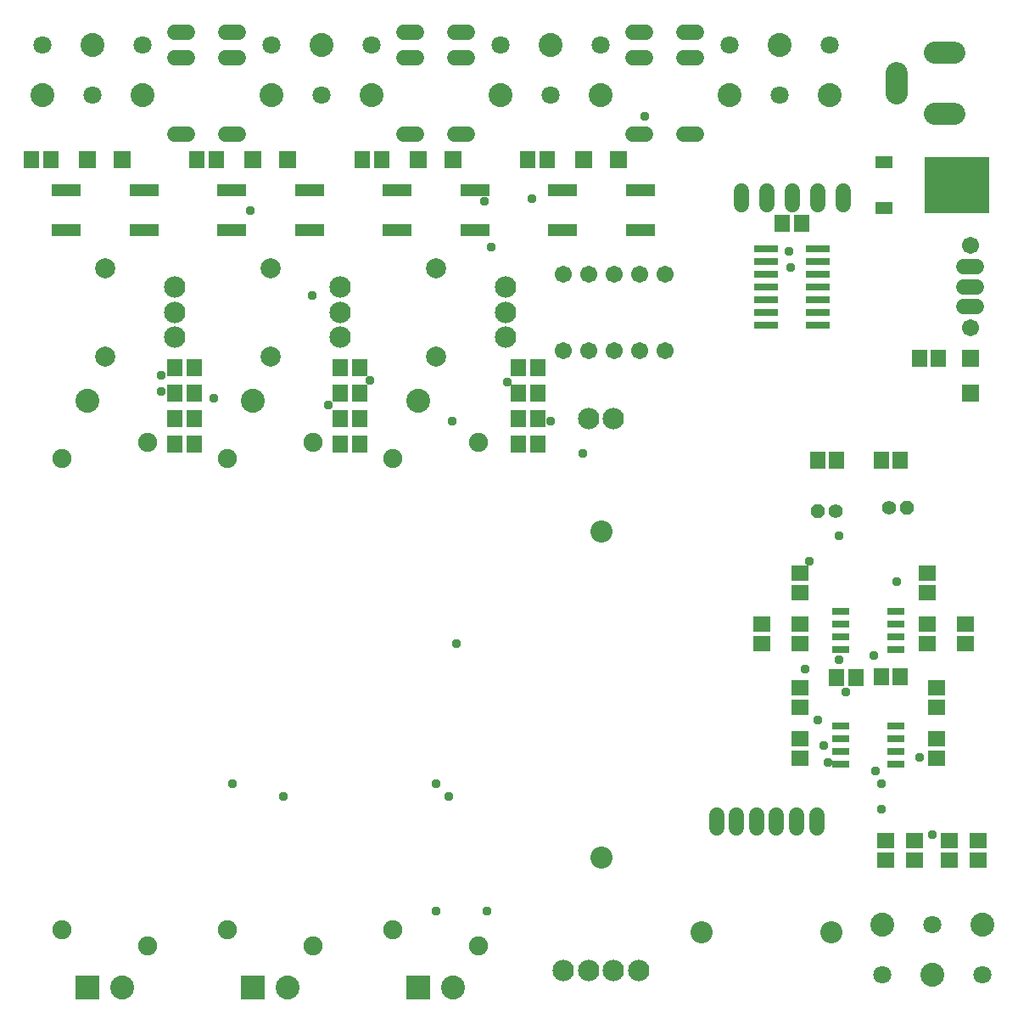
<source format=gbr>
G04 EAGLE Gerber RS-274X export*
G75*
%MOMM*%
%FSLAX34Y34*%
%LPD*%
%INSoldermask Top*%
%IPPOS*%
%AMOC8*
5,1,8,0,0,1.08239X$1,22.5*%
G01*
%ADD10P,1.539592X8X202.500000*%
%ADD11C,1.422400*%
%ADD12R,1.703200X1.503200*%
%ADD13P,1.539592X8X22.500000*%
%ADD14R,1.703200X1.703200*%
%ADD15C,2.133600*%
%ADD16C,2.003200*%
%ADD17R,1.503200X1.803200*%
%ADD18R,1.803200X1.503200*%
%ADD19R,1.503200X1.703200*%
%ADD20C,1.511200*%
%ADD21C,1.703200*%
%ADD22C,2.387600*%
%ADD23C,1.803200*%
%ADD24C,2.203200*%
%ADD25R,2.387600X2.387600*%
%ADD26C,1.903200*%
%ADD27R,1.703200X0.803200*%
%ADD28C,2.203200*%
%ADD29R,3.003200X1.203200*%
%ADD30C,1.524000*%
%ADD31C,1.711200*%
%ADD32R,2.403200X0.803200*%
%ADD33R,6.403200X5.603200*%
%ADD34R,1.803200X1.203200*%
%ADD35C,0.959600*%


D10*
X812800Y500100D03*
D11*
X830580Y500100D03*
D12*
X960400Y387300D03*
X960400Y368300D03*
X757200Y387300D03*
X757200Y368300D03*
D13*
X901700Y503200D03*
D11*
X883920Y503200D03*
D12*
X795300Y273000D03*
X795300Y254000D03*
X931900Y273000D03*
X931900Y254000D03*
X881100Y152450D03*
X881100Y171450D03*
X944600Y152450D03*
X944600Y171450D03*
D14*
X965200Y617500D03*
X965200Y652500D03*
D15*
X336700Y673500D03*
X336700Y698500D03*
X336700Y723500D03*
D16*
X266700Y654500D03*
X266700Y742500D03*
D15*
X501800Y673500D03*
X501800Y698500D03*
X501800Y723500D03*
D16*
X431800Y654500D03*
X431800Y742500D03*
D15*
X171600Y673500D03*
X171600Y698500D03*
X171600Y723500D03*
D16*
X101600Y654500D03*
X101600Y742500D03*
D17*
X831800Y550900D03*
X812800Y550900D03*
D18*
X922300Y387300D03*
X922300Y368300D03*
X922300Y438100D03*
X922300Y419100D03*
X795300Y323800D03*
X795300Y304800D03*
X795300Y387300D03*
X795300Y368300D03*
X795300Y438100D03*
X795300Y419100D03*
X973100Y171400D03*
X973100Y152400D03*
D17*
X171500Y566700D03*
X190500Y566700D03*
X336600Y642900D03*
X355600Y642900D03*
X336600Y617500D03*
X355600Y617500D03*
X514400Y642900D03*
X533400Y642900D03*
X895300Y550900D03*
X876300Y550900D03*
X514400Y617500D03*
X533400Y617500D03*
X336600Y592100D03*
X355600Y592100D03*
X336600Y566700D03*
X355600Y566700D03*
X514400Y592100D03*
X533400Y592100D03*
X514400Y566700D03*
X533400Y566700D03*
D18*
X909600Y171400D03*
X909600Y152400D03*
D19*
X933400Y652500D03*
X914400Y652500D03*
D17*
X895300Y335000D03*
X876300Y335000D03*
X831900Y334290D03*
X850900Y334290D03*
D18*
X931900Y323800D03*
X931900Y304800D03*
D17*
X171500Y617500D03*
X190500Y617500D03*
X171500Y642900D03*
X190500Y642900D03*
X171500Y592100D03*
X190500Y592100D03*
D20*
X958660Y723900D02*
X971740Y723900D01*
X971740Y743900D02*
X958660Y743900D01*
X958660Y703900D02*
X971740Y703900D01*
D21*
X965200Y764900D03*
X965200Y682900D03*
D22*
X927100Y38100D03*
X877100Y88100D03*
X977100Y88100D03*
D23*
X877100Y38100D03*
X977100Y38100D03*
X927100Y88100D03*
D15*
X559400Y42500D03*
X584400Y42500D03*
X609400Y42500D03*
X634400Y42500D03*
X584400Y592500D03*
X609400Y592500D03*
D24*
X596900Y155000D03*
X596900Y480000D03*
D25*
X84100Y25000D03*
D22*
X119100Y25000D03*
X84100Y610000D03*
D26*
X59100Y82500D03*
X59100Y552500D03*
X144100Y66500D03*
X144100Y568500D03*
D25*
X249200Y25000D03*
D22*
X284200Y25000D03*
X249200Y610000D03*
D26*
X224200Y82500D03*
X224200Y552500D03*
X309200Y66500D03*
X309200Y568500D03*
D25*
X414300Y25000D03*
D22*
X449300Y25000D03*
X414300Y610000D03*
D26*
X389300Y82500D03*
X389300Y552500D03*
X474300Y66500D03*
X474300Y568500D03*
D20*
X772000Y197040D02*
X772000Y183960D01*
X752000Y183960D02*
X752000Y197040D01*
X732000Y197040D02*
X732000Y183960D01*
X792000Y183960D02*
X792000Y197040D01*
X812000Y197040D02*
X812000Y183960D01*
X712000Y183960D02*
X712000Y197040D01*
D24*
X827000Y80500D03*
X697000Y80500D03*
D27*
X891100Y374650D03*
X836100Y374650D03*
X891100Y361950D03*
X891100Y387350D03*
X891100Y400050D03*
X836100Y361950D03*
X836100Y387350D03*
X836100Y400050D03*
X891100Y260350D03*
X836100Y260350D03*
X891100Y247650D03*
X891100Y273050D03*
X891100Y285750D03*
X836100Y247650D03*
X836100Y273050D03*
X836100Y285750D03*
D28*
X929800Y896100D02*
X949800Y896100D01*
X949800Y957100D02*
X929800Y957100D01*
X891800Y937100D02*
X891800Y917100D01*
D29*
X62600Y820100D03*
X62600Y780100D03*
X140600Y780100D03*
X140600Y820100D03*
D22*
X88900Y965200D03*
X138900Y915200D03*
X38900Y915200D03*
D23*
X138900Y965200D03*
X38900Y965200D03*
X88900Y915200D03*
D22*
X774700Y965200D03*
X824700Y915200D03*
X724700Y915200D03*
D23*
X824700Y965200D03*
X724700Y965200D03*
X774700Y915200D03*
D29*
X392800Y820100D03*
X392800Y780100D03*
X470800Y780100D03*
X470800Y820100D03*
D22*
X546100Y965200D03*
X596100Y915200D03*
X496100Y915200D03*
D23*
X596100Y965200D03*
X496100Y965200D03*
X546100Y915200D03*
D29*
X227700Y820100D03*
X227700Y780100D03*
X305700Y780100D03*
X305700Y820100D03*
D22*
X317500Y965200D03*
X367500Y915200D03*
X267500Y915200D03*
D23*
X367500Y965200D03*
X267500Y965200D03*
X317500Y915200D03*
D30*
X184404Y977900D02*
X171196Y977900D01*
X171196Y952500D02*
X184404Y952500D01*
X184404Y876300D02*
X171196Y876300D01*
X221996Y876300D02*
X235204Y876300D01*
X235204Y952500D02*
X221996Y952500D01*
X221996Y977900D02*
X235204Y977900D01*
X399796Y977900D02*
X413004Y977900D01*
X413004Y952500D02*
X399796Y952500D01*
X399796Y876300D02*
X413004Y876300D01*
X450596Y876300D02*
X463804Y876300D01*
X463804Y952500D02*
X450596Y952500D01*
X450596Y977900D02*
X463804Y977900D01*
X628396Y977900D02*
X641604Y977900D01*
X641604Y952500D02*
X628396Y952500D01*
X628396Y876300D02*
X641604Y876300D01*
X679196Y876300D02*
X692404Y876300D01*
X692404Y952500D02*
X679196Y952500D01*
X679196Y977900D02*
X692404Y977900D01*
D31*
X558800Y660400D03*
X584200Y660400D03*
X609600Y660400D03*
X635000Y660400D03*
X660400Y660400D03*
X660400Y736600D03*
X635000Y736600D03*
X609600Y736600D03*
X584200Y736600D03*
X558800Y736600D03*
D32*
X761400Y749300D03*
X761400Y685800D03*
X761400Y762000D03*
X761400Y736600D03*
X761400Y723900D03*
X813400Y685800D03*
X761400Y698500D03*
X761400Y711200D03*
X813400Y698500D03*
X813400Y711200D03*
X813400Y723900D03*
X813400Y736600D03*
X813400Y749300D03*
X813400Y762000D03*
D29*
X557900Y820100D03*
X557900Y780100D03*
X635900Y780100D03*
X635900Y820100D03*
D33*
X952100Y825500D03*
D34*
X879100Y848300D03*
X879100Y802700D03*
D19*
X777900Y787400D03*
X796900Y787400D03*
D30*
X838200Y806196D02*
X838200Y819404D01*
X812800Y819404D02*
X812800Y806196D01*
X787400Y806196D02*
X787400Y819404D01*
X762000Y819404D02*
X762000Y806196D01*
X736600Y806196D02*
X736600Y819404D01*
D14*
X119100Y850900D03*
X84100Y850900D03*
X284200Y850900D03*
X249200Y850900D03*
X449300Y850900D03*
X414300Y850900D03*
X614400Y850900D03*
X579400Y850900D03*
D17*
X47600Y850900D03*
X28600Y850900D03*
X212700Y850900D03*
X193700Y850900D03*
X377800Y850900D03*
X358800Y850900D03*
X542900Y850900D03*
X523900Y850900D03*
D35*
X444500Y215900D03*
X279400Y215900D03*
X431800Y228600D03*
X228600Y228600D03*
X812800Y292100D03*
X482600Y101600D03*
X431800Y101600D03*
X891540Y429768D03*
X822960Y249174D03*
X834390Y352044D03*
X834390Y475488D03*
X210312Y612648D03*
X308610Y715518D03*
X546354Y589788D03*
X448056Y589788D03*
X868680Y356616D03*
X841248Y320040D03*
X578358Y557784D03*
X365760Y630936D03*
X157734Y619506D03*
X157734Y635508D03*
X324612Y605790D03*
X502920Y628650D03*
X452628Y368046D03*
X800100Y342900D03*
X804672Y450342D03*
X914400Y254480D03*
X927100Y177800D03*
X876300Y203200D03*
X876300Y228600D03*
X819150Y266116D03*
X870430Y241300D03*
X480060Y809244D03*
X246888Y800100D03*
X528066Y811530D03*
X640080Y893826D03*
X486918Y763524D03*
X786384Y742950D03*
X784098Y758952D03*
M02*

</source>
